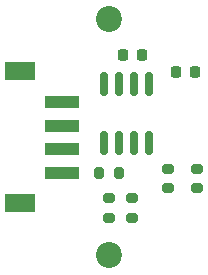
<source format=gbr>
%TF.GenerationSoftware,KiCad,Pcbnew,9.0.3*%
%TF.CreationDate,2025-07-16T23:37:23+02:00*%
%TF.ProjectId,ialightsens,69616c69-6768-4747-9365-6e732e6b6963,rev?*%
%TF.SameCoordinates,Original*%
%TF.FileFunction,Soldermask,Top*%
%TF.FilePolarity,Negative*%
%FSLAX46Y46*%
G04 Gerber Fmt 4.6, Leading zero omitted, Abs format (unit mm)*
G04 Created by KiCad (PCBNEW 9.0.3) date 2025-07-16 23:37:23*
%MOMM*%
%LPD*%
G01*
G04 APERTURE LIST*
G04 Aperture macros list*
%AMRoundRect*
0 Rectangle with rounded corners*
0 $1 Rounding radius*
0 $2 $3 $4 $5 $6 $7 $8 $9 X,Y pos of 4 corners*
0 Add a 4 corners polygon primitive as box body*
4,1,4,$2,$3,$4,$5,$6,$7,$8,$9,$2,$3,0*
0 Add four circle primitives for the rounded corners*
1,1,$1+$1,$2,$3*
1,1,$1+$1,$4,$5*
1,1,$1+$1,$6,$7*
1,1,$1+$1,$8,$9*
0 Add four rect primitives between the rounded corners*
20,1,$1+$1,$2,$3,$4,$5,0*
20,1,$1+$1,$4,$5,$6,$7,0*
20,1,$1+$1,$6,$7,$8,$9,0*
20,1,$1+$1,$8,$9,$2,$3,0*%
G04 Aperture macros list end*
%ADD10RoundRect,0.200000X-0.200000X-0.275000X0.200000X-0.275000X0.200000X0.275000X-0.200000X0.275000X0*%
%ADD11RoundRect,0.200000X-0.275000X0.200000X-0.275000X-0.200000X0.275000X-0.200000X0.275000X0.200000X0*%
%ADD12R,3.000000X1.000000*%
%ADD13R,2.600000X1.550000*%
%ADD14RoundRect,0.225000X-0.225000X-0.250000X0.225000X-0.250000X0.225000X0.250000X-0.225000X0.250000X0*%
%ADD15RoundRect,0.150000X0.150000X-0.825000X0.150000X0.825000X-0.150000X0.825000X-0.150000X-0.825000X0*%
%ADD16C,2.200000*%
G04 APERTURE END LIST*
D10*
%TO.C,R3*%
X9175000Y-13000000D03*
X10825000Y-13000000D03*
%TD*%
D11*
%TO.C,R5*%
X12000000Y-15175000D03*
X12000000Y-16825000D03*
%TD*%
D12*
%TO.C,G1*%
X6000000Y-13000000D03*
X6000000Y-11000000D03*
X6000000Y-9000000D03*
X6000000Y-7000000D03*
D13*
X2510840Y-15575000D03*
X2510840Y-4425000D03*
%TD*%
D11*
%TO.C,R4*%
X10000000Y-15175000D03*
X10000000Y-16825000D03*
%TD*%
D14*
%TO.C,C1*%
X15725000Y-4500000D03*
X17275000Y-4500000D03*
%TD*%
D15*
%TO.C,U1*%
X9595000Y-10475000D03*
X10865000Y-10475000D03*
X12135000Y-10475000D03*
X13405000Y-10475000D03*
X13405000Y-5525000D03*
X12135000Y-5525000D03*
X10865000Y-5525000D03*
X9595000Y-5525000D03*
%TD*%
D14*
%TO.C,C2*%
X11225000Y-3000000D03*
X12775000Y-3000000D03*
%TD*%
D16*
%TO.C,H2*%
X10000000Y-20000000D03*
%TD*%
%TO.C,H1*%
X10000000Y0D03*
%TD*%
D11*
%TO.C,R2*%
X17500000Y-12675000D03*
X17500000Y-14325000D03*
%TD*%
%TO.C,R1*%
X15000000Y-12675000D03*
X15000000Y-14325000D03*
%TD*%
M02*

</source>
